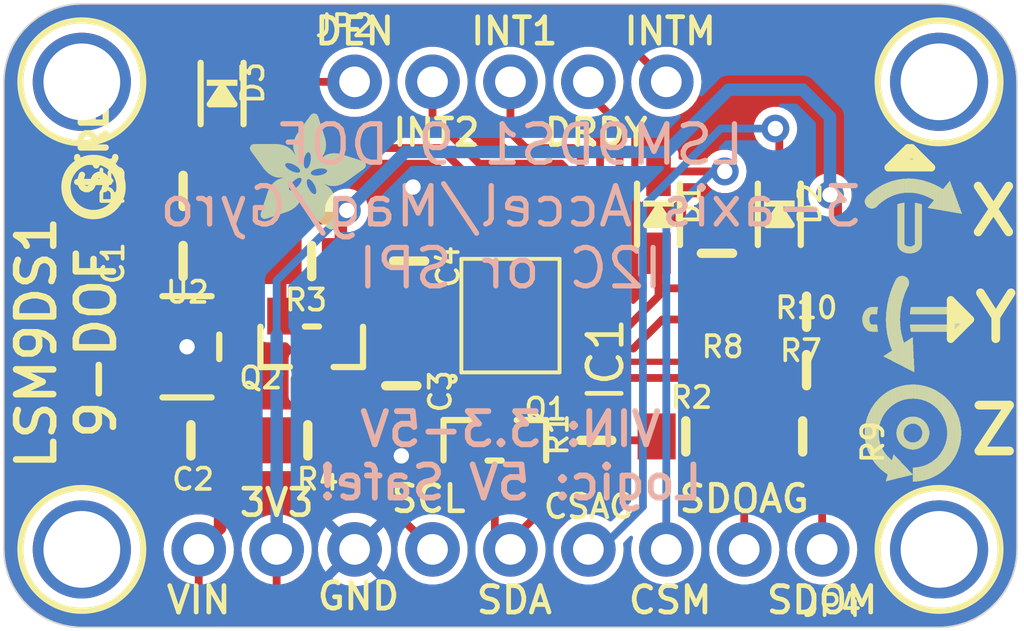
<source format=kicad_pcb>
(kicad_pcb (version 20221018) (generator pcbnew)
  (layers (0 "F.Cu" signal) (31 "B.Cu" signal) (34 "B.Paste" user) (35 "F.Paste" user) (36 "B.SilkS" user "B.Silkscreen") (37 "F.SilkS" user "F.Silkscreen") (38 "B.Mask" user) (39 "F.Mask" user) (44 "Edge.Cuts" user))
  (net 0 "")
  (net 1 "GND")
  (net 2 "VDD")
  (net 3 "SCL_3V")
  (net 4 "SDA_3V")
  (net 5 "SDA_5V")
  (net 6 "SCL_5V")
  (net 7 "VIN")
  (net 8 "DEN_5V")
  (net 9 "DEN_3V")
  (net 10 "CS_A/G")
  (net 11 "CS_M")
  (net 12 "SDO_M")
  (net 13 "SDO_AG")
  (net 14 "INT_M")
  (net 15 "DRDY_M")
  (net 16 "INT1_AG")
  (net 17 "INT2_AG")
  (net 18 "C1")
  (net 19 "CAP")
  (net 20 "CS_AG_5V")
  (net 21 "CS_M_5V")
  (footprint "working:0805_10MGAP" (layer "F.Cu") (at 158.0261 108.9406 180)
    (fp_text reference "R9")
    (fp_text value "10K")
  )
  (footprint "working:0805-NO" (layer "F.Cu") (at 158.1531 106.7816 180)
    (fp_text reference "R10")
    (fp_text value "10K")
  )
  (footprint "working:SOD-323" (layer "F.Cu") (at 153.3271 101.7016 -90)
    (fp_text reference "D1")
    (fp_text value "1N4148")
  )
  (footprint "working:SOD-323" (layer "F.Cu") (at 139.1031 97.7646 -90)
    (fp_text reference "D3")
    (fp_text value "1N4148")
  )
  (footprint "working:0805-NO" (layer "F.Cu") (at 137.8331 103.2256 180)
    (fp_text reference "C1")
    (fp_text value "10µF")
  )
  (footprint "working:SOT23-WIDE" (layer "F.Cu") (at 147.9931 109.0676)
    (fp_text reference "Q1")
    (fp_text value "BSS138")
  )
  (footprint "working:MOUNTINGHOLE_2.5_PLATED" (layer "F.Cu") (at 134.5311 112.6236)
    (fp_text reference "U$4" hide)
    (fp_text value "MOUNTINGHOLE2.5" hide)
  )
  (footprint "working:0805-NO" (layer "F.Cu") (at 142.0241 103.2256)
    (fp_text reference "R3")
    (fp_text value "10K")
  )
  (footprint "working:0805_10MGAP" (layer "F.Cu") (at 144.9451 107.2896 -90)
    (fp_text reference "C3")
    (fp_text value "0.22uF")
  )
  (footprint "working:0805-NO" (layer "F.Cu") (at 145.1991 103.2256 90)
    (fp_text reference "C4")
    (fp_text value "10uF")
  )
  (footprint "working:0805-NO" (layer "F.Cu") (at 138.0871 109.0676 180)
    (fp_text reference "C2")
    (fp_text value "10µF")
  )
  (footprint "working:0805-NO" (layer "F.Cu") (at 158.1531 104.8766 180)
    (fp_text reference "R7")
    (fp_text value "10K")
  )
  (footprint "working:LGA24_3.5X3.1MM" (layer "F.Cu") (at 148.5011 105.0036 90)
    (fp_text reference "IC1")
    (fp_text value "LSM9DS1" hide)
  )
  (footprint "working:0805-NO" (layer "F.Cu") (at 141.8971 109.0676 180)
    (fp_text reference "R4")
    (fp_text value "10K")
  )
  (footprint "working:SOD-323" (layer "F.Cu") (at 157.2641 101.7016 -90)
    (fp_text reference "D2")
    (fp_text value "1N4148")
  )
  (footprint "working:ADAFRUIT_3.5MM" (layer "F.Cu") (at 139.9921 102.2096)
    (fp_text reference "U$23" hide)
    (fp_text value "" hide)
  )
  (footprint "working:0805-NO" (layer "F.Cu") (at 137.8331 100.9396 180)
    (fp_text reference "R5")
    (fp_text value "10K")
  )
  (footprint "working:0805-NO" (layer "F.Cu") (at 155.2321 102.9716 -90)
    (fp_text reference "R8")
    (fp_text value "10K")
  )
  (footprint "working:SOT23-WIDE" (layer "F.Cu") (at 142.0241 106.0196 180)
    (fp_text reference "Q2")
    (fp_text value "BSS138")
  )
  (footprint "working:MOUNTINGHOLE_2.5_PLATED" (layer "F.Cu") (at 162.4711 97.3836)
    (fp_text reference "U$6" hide)
    (fp_text value "MOUNTINGHOLE2.5" hide)
  )
  (footprint "working:MOUNTINGHOLE_2.5_PLATED" (layer "F.Cu") (at 134.5311 97.3836)
    (fp_text reference "U$7" hide)
    (fp_text value "MOUNTINGHOLE2.5" hide)
  )
  (footprint "working:1X05_ROUND_70" (layer "F.Cu") (at 148.5011 97.3836)
    (fp_text reference "JP2")
    (fp_text value "")
  )
  (footprint "working:FIDUCIAL_1MM" (layer "F.Cu") (at 137.1981 110.9726)
    (fp_text reference "FID1" hide)
    (fp_text value "FIDUCIAL\"\"" hide)
  )
  (footprint "working:0805_10MGAP" (layer "F.Cu") (at 151.2951 109.0676 -90)
    (fp_text reference "R1")
    (fp_text value "10K")
  )
  (footprint "working:PCBFEAT-REV-040" (layer "F.Cu") (at 134.9121 100.8126 90)
    (fp_text reference "U$20" hide)
    (fp_text value "" hide)
  )
  (footprint "working:0805-NO" (layer "F.Cu") (at 154.2161 108.9406)
    (fp_text reference "R2")
    (fp_text value "10K")
  )
  (footprint "working:FIDUCIAL_1MM" (layer "F.Cu") (at 159.5501 95.9866)
    (fp_text reference "FID3" hide)
    (fp_text value "FIDUCIAL\"\"" hide)
  )
  (footprint "working:SYMBOL_GYROXYZ_YREV_10MM" (layer "F.Cu") (at 159.9311 100.1776 -90)
    (fp_text reference "U$14" hide)
    (fp_text value "" hide)
  )
  (footprint "working:MOUNTINGHOLE_2.5_PLATED" (layer "F.Cu") (at 162.4711 112.6236)
    (fp_text reference "U$5" hide)
    (fp_text value "MOUNTINGHOLE2.5" hide)
  )
  (footprint "working:SOT23-5" (layer "F.Cu") (at 137.9601 106.0196 -90)
    (fp_text reference "U2")
    (fp_text value "MIC5225-3.3")
  )
  (footprint "working:1X09_ROUND_70" (layer "F.Cu") (at 148.5011 112.6236 180)
    (fp_text reference "JP4")
    (fp_text value "PowerIO")
  )
  (gr_line (start 160.8201 100.1776) (end 162.2171 100.1776) (stroke (width 0.254)) (layer "F.SilkS"))
  (gr_line (start 161.5821 99.5426) (end 161.4551 99.5426) (stroke (width 0.254)) (layer "F.SilkS"))
  (gr_line (start 162.8521 104.4956) (end 162.8521 104.7496) (stroke (width 0.254)) (layer "F.SilkS"))
  (gr_line (start 162.2171 100.1776) (end 161.5821 99.5426) (stroke (width 0.254)) (layer "F.SilkS"))
  (gr_line (start 161.0741 100.0506) (end 161.2011 100.0506) (stroke (width 0.254)) (layer "F.SilkS"))
  (gr_line (start 163.4871 105.1306) (end 162.8521 104.4956) (stroke (width 0.254)) (layer "F.SilkS"))
  (gr_line (start 161.8361 99.9236) (end 161.5821 99.6696) (stroke (width 0.254)) (layer "F.SilkS"))
  (gr_line (start 161.5821 99.6696) (end 161.2011 100.0506) (stroke (width 0.254)) (layer "F.SilkS"))
  (gr_line (start 161.4551 99.5426) (end 160.8201 100.1776) (stroke (width 0.254)) (layer "F.SilkS"))
  (gr_line (start 161.8361 100.0506) (end 161.8361 99.9236) (stroke (width 0.254)) (layer "F.SilkS"))
  (gr_line (start 162.8521 105.7656) (end 163.4871 105.1306) (stroke (width 0.254)) (layer "F.SilkS"))
  (gr_line (start 162.8521 104.7496) (end 162.8521 105.7656) (stroke (width 0.254)) (layer "F.SilkS"))
  (gr_line (start 163.2331 105.1306) (end 162.9791 105.1306) (stroke (width 0.254)) (layer "F.SilkS"))
  (gr_line (start 162.8521 104.7496) (end 163.2331 105.1306) (stroke (width 0.254)) (layer "F.SilkS"))
  (gr_line (start 161.2011 100.0506) (end 161.8361 100.0506) (stroke (width 0.254)) (layer "F.SilkS"))
  (gr_arc (start 165.0111 112.6236) (mid 164.267151 114.419651) (end 162.4711 115.1636) (stroke (width 0.05)) (layer "Edge.Cuts"))
  (gr_arc (start 131.9911 97.3836) (mid 132.735049 95.587549) (end 134.5311 94.8436) (stroke (width 0.05)) (layer "Edge.Cuts"))
  (gr_arc (start 134.5311 115.1636) (mid 132.735049 114.419651) (end 131.9911 112.6236) (stroke (width 0.05)) (layer "Edge.Cuts"))
  (gr_line (start 134.5311 94.8436) (end 162.4711 94.8436) (stroke (width 0.05)) (layer "Edge.Cuts"))
  (gr_line (start 131.9911 112.6236) (end 131.9911 97.3836) (stroke (width 0.05)) (layer "Edge.Cuts"))
  (gr_arc (start 162.4711 94.8436) (mid 164.267151 95.587549) (end 165.0111 97.3836) (stroke (width 0.05)) (layer "Edge.Cuts"))
  (gr_line (start 165.0111 97.3836) (end 165.0111 112.6236) (stroke (width 0.05)) (layer "Edge.Cuts"))
  (gr_line (start 162.4711 115.1636) (end 134.5311 115.1636) (stroke (width 0.05)) (layer "Edge.Cuts"))
  (gr_text "LSM9DS1 9 DOF\n3-axis Accel/Mag/Gyro\nI2C or SPI" (at 148.5011 101.4476) (layer "B.SilkS") (effects (font (size 1.251712 1.251712) (thickness 0.170688)) (justify mirror)))
  (gr_text "VIN: 3.3-5V\nLogic: 5V Safe!" (at 148.5011 109.5756) (layer "B.SilkS") (effects (font (size 1.0795 1.0795) (thickness 0.1905)) (justify mirror)))
  (gr_text "INT1" (at 148.6281 95.7326) (layer "F.SilkS") (effects (font (size 0.8636 0.8636) (thickness 0.1524))))
  (gr_text "SDA" (at 148.6281 114.2746) (layer "F.SilkS") (effects (font (size 0.8636 0.8636) (thickness 0.1524))))
  (gr_text "DRDY" (at 151.2951 99.0346) (layer "F.SilkS") (effects (font (size 0.8636 0.8636) (thickness 0.1524))))
  (gr_text "SCL" (at 145.8341 110.9726) (layer "F.SilkS") (effects (font (size 0.8636 0.8636) (thickness 0.1524))))
  (gr_text "Y" (at 164.3191 105.0786) (layer "F.SilkS") (effects (font (size 1.49352 1.49352) (thickness 0.28448))))
  (gr_text "INT2" (at 146.0881 99.0346) (layer "F.SilkS") (effects (font (size 0.8636 0.8636) (thickness 0.1524))))
  (gr_text "DEN" (at 143.4211 95.7326) (layer "F.SilkS") (effects (font (size 0.8636 0.8636) (thickness 0.1524))))
  (gr_text "3V3" (at 140.8811 111.0996) (layer "F.SilkS") (effects (font (size 0.8636 0.8636) (thickness 0.1524))))
  (gr_text "X" (at 164.2431 101.5996) (layer "F.SilkS") (effects (font (size 1.49352 1.49352) (thickness 0.28448))))
  (gr_text "CSAG" (at 151.0411 111.2266) (layer "F.SilkS") (effects (font (size 0.75565 0.75565) (thickness 0.13335))))
  (gr_text "INTM" (at 153.7081 95.7326) (layer "F.SilkS") (effects (font (size 0.8636 0.8636) (thickness 0.1524))))
  (gr_text "SDOM" (at 158.6611 114.2746) (layer "F.SilkS") (effects (font (size 0.8636 0.8636) (thickness 0.1524))))
  (gr_text "Z" (at 164.2691 108.7386) (layer "F.SilkS") (effects (font (size 1.49352 1.49352) (thickness 0.28448))))
  (gr_text "CSM" (at 153.7081 114.2746) (layer "F.SilkS") (effects (font (size 0.8636 0.8636) (thickness 0.1524))))
  (gr_text "VIN" (at 138.3411 114.2746) (layer "F.SilkS") (effects (font (size 0.8636 0.8636) (thickness 0.1524))))
  (gr_text "SDOAG" (at 156.1211 110.9726) (layer "F.SilkS") (effects (font (size 0.8636 0.8636) (thickness 0.1524))))
  (gr_text "GND" (at 143.5481 114.1476) (layer "F.SilkS") (effects (font (size 0.8636 0.8636) (thickness 0.1524))))
  (gr_text "LSM9DS1\n9-DOF" (at 134.0231 105.8926 90) (layer "F.SilkS") (effects (font (size 1.20904 1.20904) (thickness 0.21336))))
  (segment (start 146.4691 104.3586) (end 146.4691 103.9286) (width 0.2032) (layer "F.Cu") (net 1))
  (segment (start 147.2811 103.9286) (end 146.4691 103.9286) (width 0.2032) (layer "F.Cu") (net 1))
  (segment (start 146.4691 103.9286) (end 146.4691 102.5906) (width 0.2032) (layer "F.Cu") (net 1))
  (segment (start 147.8561 103.5286) (end 147.8561 102.5906) (width 0.2032) (layer "F.Cu") (net 1))
  (segment (start 148.7161 103.5286) (end 148.7161 102.5906) (width 0.2032) (layer "F.Cu") (net 1))
  (segment (start 147.8561 102.5906) (end 147.2311 102.5906) (width 0.2032) (layer "F.Cu") (net 1))
  (segment (start 147.2811 104.3586) (end 146.4691 104.3586) (width 0.2032) (layer "F.Cu") (net 1))
  (segment (start 148.2861 103.5286) (end 148.2861 102.5906) (width 0.2032) (layer "F.Cu") (net 1))
  (segment (start 146.4691 102.5906) (end 147.2311 102.5906) (width 0.2032) (layer "F.Cu") (net 1))
  (segment (start 149.1461 103.5286) (end 149.1461 102.5906) (width 0.2032) (layer "F.Cu") (net 1))
  (segment (start 149.1461 102.5906) (end 148.7161 102.5906) (width 0.2032) (layer "F.Cu") (net 1))
  (segment (start 147.2311 103.4986) (end 147.2811 103.4986) (width 0.2032) (layer "F.Cu") (net 1))
  (segment (start 147.2311 102.5906) (end 147.2311 103.4986) (width 0.2032) (layer "F.Cu") (net 1))
  (segment (start 148.7161 102.5906) (end 148.2861 102.5906) (width 0.2032) (layer "F.Cu") (net 1))
  (segment (start 148.2861 102.5906) (end 147.8561 102.5906) (width 0.2032) (layer "F.Cu") (net 1))
  (via (at 137.9601 106.0196) (size 0.9064) (drill 0.5) (layers "F.Cu" "B.Cu") (net 1))
  (via (at 144.9451 109.5756) (size 0.9064) (drill 0.5) (layers "F.Cu" "B.Cu") (net 1))
  (via (at 145.3261 100.8126) (size 0.9064) (drill 0.5) (layers "F.Cu" "B.Cu") (net 1))
  (segment (start 159.1031 102.6516) (end 159.1031 104.8766) (width 0.4064) (layer "F.Cu") (net 2))
  (segment (start 158.9151 101.0666) (end 159.1031 101.2546) (width 0.4064) (layer "F.Cu") (net 2))
  (segment (start 147.6121 114.1476) (end 147.2311 113.7666) (width 0.254) (layer "F.Cu") (net 2))
  (segment (start 143.5481 105.2576) (end 143.3101 105.0196) (width 0.254) (layer "F.Cu") (net 2))
  (segment (start 146.0881 107.2896) (end 144.0561 107.2896) (width 0.254) (layer "F.Cu") (net 2))
  (segment (start 140.8811 114.1476) (end 140.8811 112.6236) (width 0.254) (layer "F.Cu") (net 2))
  (segment (start 142.9741 103.2256) (end 142.9741 101.7676) (width 0.4064) (layer "F.Cu") (net 2))
  (segment (start 138.7831 103.2256) (end 140.1801 101.8286) (width 0.4064) (layer "F.Cu") (net 2))
  (segment (start 143.6751 105.2576) (end 143.5481 105.2576) (width 0.254) (layer "F.Cu") (net 2))
  (segment (start 147.2811 105.6386) (end 147.2811 105.6486) (width 0.2032) (layer "F.Cu") (net 2))
  (segment (start 146.8691 106.5086) (end 146.4691 106.9086) (width 0.2032) (layer "F.Cu") (net 2))
  (segment (start 146.2151 105.2576) (end 143.6751 105.2576) (width 0.254) (layer "F.Cu") (net 2))
  (segment (start 146.4691 105.2186) (end 146.4691 105.5116) (width 0.2032) (layer "F.Cu") (net 2))
  (segment (start 147.2311 110.2556) (end 147.2311 113.7666) (width 0.254) (layer "F.Cu") (net 2))
  (segment (start 147.2811 105.2186) (end 146.4691 105.2186) (width 0.2032) (layer "F.Cu") (net 2))
  (segment (start 151.2951 110.5916) (end 149.7711 112.1156) (width 0.254) (layer "F.Cu") (net 2))
  (segment (start 136.8831 101.1326) (end 138.7831 103.0326) (width 0.4064) (layer "F.Cu") (net 2))
  (segment (start 146.8501 114.1476) (end 140.8811 114.1476) (width 0.254) (layer "F.Cu") (net 2))
  (segment (start 139.2602 103.7027) (end 139.2602 105.0696) (width 0.4064) (layer "F.Cu") (net 2))
  (segment (start 159.1031 101.2546) (end 159.1031 102.6516) (width 0.4064) (layer "F.Cu") (net 2))
  (segment (start 149.7711 112.1156) (end 149.7711 113.5126) (width 0.254) (layer "F.Cu") (net 2))
  (segment (start 143.3101 105.0196) (end 142.9741 105.0196) (width 0.254) (layer "F.Cu") (net 2))
  (segment (start 146.4691 105.6386) (end 147.2811 105.6386) (width 0.2032) (layer "F.Cu") (net 2))
  (segment (start 146.4691 105.5116) (end 146.2151 105.2576) (width 0.254) (layer "F.Cu") (net 2))
  (segment (start 138.7831 103.0326) (end 138.7831 103.2256) (width 0.4064) (layer "F.Cu") (net 2))
  (segment (start 147.2311 113.7666) (end 146.8501 114.1476) (width 0.254) (layer "F.Cu") (net 2))
  (segment (start 159.0761 106.8086) (end 159.0761 108.9406) (width 0.4064) (layer "F.Cu") (net 2))
  (segment (start 149.1361 114.1476) (end 147.6121 114.1476) (width 0.254) (layer "F.Cu") (net 2))
  (segment (start 140.3731 101.8286) (end 142.9131 101.8286) (width 0.4064) (layer "F.Cu") (net 2))
  (segment (start 142.9741 101.7676) (end 143.1671 101.5746) (width 0.254) (layer "F.Cu") (net 2))
  (segment (start 159.1031 104.8766) (end 159.1031 106.7816) (width 0.4064) (layer "F.Cu") (net 2))
  (segment (start 140.1801 101.8286) (end 140.3731 101.8286) (width 0.4064) (layer "F.Cu") (net 2))
  (segment (start 142.9131 101.8286) (end 143.1671 101.5746) (width 0.4064) (layer "F.Cu") (net 2))
  (segment (start 158.1531 101.7016) (end 159.1031 102.6516) (width 0.4064) (layer "F.Cu") (net 2))
  (segment (start 159.1031 106.7816) (end 159.0761 106.8086) (width 0.254) (layer "F.Cu") (net 2))
  (segment (start 148.2861 106.4786) (end 148.2861 105.6486) (width 0.2032) (layer "F.Cu") (net 2))
  (segment (start 149.7711 113.5126) (end 149.1361 114.1476) (width 0.254) (layer "F.Cu") (net 2))
  (segment (start 143.6751 106.9086) (end 143.6751 105.2576) (width 0.254) (layer "F.Cu") (net 2))
  (segment (start 146.4691 105.5116) (end 146.4691 105.6386) (width 0.2032) (layer "F.Cu") (net 2))
  (segment (start 142.9741 103.2256) (end 142.9741 105.0196) (width 0.4064) (layer "F.Cu") (net 2))
  (segment (start 147.2811 106.5086) (end 146.8691 106.5086) (width 0.2032) (layer "F.Cu") (net 2))
  (segment (start 144.0561 107.2896) (end 143.6751 106.9086) (width 0.254) (layer "F.Cu") (net 2))
  (segment (start 155.5521 101.7016) (end 158.1531 101.7016) (width 0.4064) (layer "F.Cu") (net 2))
  (segment (start 148.2861 105.6486) (end 147.2811 105.6486) (width 0.2032) (layer "F.Cu") (net 2))
  (segment (start 155.2321 102.0216) (end 155.5521 101.7016) (width 0.254) (layer "F.Cu") (net 2))
  (segment (start 136.8831 100.9396) (end 136.8831 101.1326) (width 0.4064) (layer "F.Cu") (net 2))
  (segment (start 147.0431 110.0676) (end 147.2311 110.2556) (width 0.254) (layer "F.Cu") (net 2))
  (segment (start 138.7831 103.2256) (end 139.2602 103.7027) (width 0.4064) (layer "F.Cu") (net 2))
  (segment (start 151.2951 110.5916) (end 151.2951 110.1176) (width 0.254) (layer "F.Cu") (net 2))
  (segment (start 146.4691 106.9086) (end 146.0881 107.2896) (width 0.254) (layer "F.Cu") (net 2))
  (via (at 158.9151 101.0666) (size 0.9064) (drill 0.5) (layers "F.Cu" "B.Cu") (net 2))
  (via (at 143.1671 101.5746) (size 0.9064) (drill 0.5) (layers "F.Cu" "B.Cu") (net 2))
  (segment (start 143.1671 101.5746) (end 145.0721 99.6696) (width 0.4064) (layer "B.Cu") (net 2))
  (segment (start 140.8811 107.0356) (end 140.8811 105.6386) (width 0.4064) (layer "B.Cu") (net 2))
  (segment (start 141.0081 106.9086) (end 140.8811 107.0356) (width 0.2032) (layer "B.Cu") (net 2))
  (segment (start 140.8811 103.8606) (end 143.1671 101.5746) (width 0.254) (layer "B.Cu") (net 2))
  (segment (start 153.5811 99.6696) (end 155.6131 97.6376) (width 0.4064) (layer "B.Cu") (net 2))
  (segment (start 155.6131 97.6376) (end 158.0261 97.6376) (width 0.4064) (layer "B.Cu") (net 2))
  (segment (start 140.8811 112.6236) (end 140.8811 107.0356) (width 0.4064) (layer "B.Cu") (net 2))
  (segment (start 158.9151 98.5266) (end 158.9151 101.0666) (width 0.4064) (layer "B.Cu") (net 2))
  (segment (start 145.0721 99.6696) (end 153.5811 99.6696) (width 0.4064) (layer "B.Cu") (net 2))
  (segment (start 158.0261 97.6376) (end 158.9151 98.5266) (width 0.4064) (layer "B.Cu") (net 2))
  (segment (start 140.8811 105.6386) (end 140.8811 103.8606) (width 0.254) (layer "B.Cu") (net 2))
  (segment (start 142.9131 107.5436) (end 143.1671 107.7976) (width 0.254) (layer "F.Cu") (net 3))
  (segment (start 147.8561 106.4786) (end 147.8561 107.1626) (width 0.2032) (layer "F.Cu") (net 3))
  (segment (start 146.2151 109.0676) (end 146.2151 110.3376) (width 0.2032) (layer "F.Cu") (net 3))
  (segment (start 146.9771 108.3056) (end 146.2151 109.0676) (width 0.2032) (layer "F.Cu") (net 3))
  (segment (start 147.8561 107.1626) (end 147.3581 107.1626) (width 0.2032) (layer "F.Cu") (net 3))
  (segment (start 146.9771 107.5436) (end 146.9771 108.3056) (width 0.2032) (layer "F.Cu") (net 3))
  (segment (start 141.0741 105.0196) (end 141.0741 105.1966) (width 0.254) (layer "F.Cu") (net 3))
  (segment (start 146.2151 110.3376) (end 145.9611 110.5916) (width 0.2032) (layer "F.Cu") (net 3))
  (segment (start 143.5481 107.7976) (end 143.8021 108.0516) (width 0.254) (layer "F.Cu") (net 3))
  (segment (start 141.0741 105.1966) (end 141.8971 106.0196) (width 0.254) (layer "F.Cu") (net 3))
  (segment (start 143.1671 107.7976) (end 143.5481 107.7976) (width 0.254) (layer "F.Cu") (net 3))
  (segment (start 141.8971 106.0196) (end 142.9131 106.0196) (width 0.254) (layer "F.Cu") (net 3))
  (segment (start 142.9131 106.0196) (end 142.9131 107.5436) (width 0.254) (layer "F.Cu") (net 3))
  (segment (start 141.0741 103.2256) (end 141.0741 105.0196) (width 0.254) (layer "F.Cu") (net 3))
  (segment (start 143.8021 109.7026) (end 144.6911 110.5916) (width 0.254) (layer "F.Cu") (net 3))
  (segment (start 147.3581 107.1626) (end 146.9771 107.5436) (width 0.2032) (layer "F.Cu") (net 3))
  (segment (start 143.8021 108.0516) (end 143.8021 109.7026) (width 0.254) (layer "F.Cu") (net 3))
  (segment (start 144.6911 110.5916) (end 145.9611 110.5916) (width 0.254) (layer "F.Cu") (net 3))
  (segment (start 148.7161 106.4786) (end 148.7161 107.1236) (width 0.2032) (layer "F.Cu") (net 4))
  (segment (start 151.2361 108.0176) (end 151.2951 108.0176) (width 0.254) (layer "F.Cu") (net 4))
  (segment (start 148.7161 107.1236) (end 149.1361 107.5436) (width 0.254) (layer "F.Cu") (net 4))
  (segment (start 149.1361 108.1786) (end 149.1361 109.8746) (width 0.254) (layer "F.Cu") (net 4))
  (segment (start 149.1361 109.8746) (end 148.9431 110.0676) (width 0.254) (layer "F.Cu") (net 4))
  (segment (start 149.1361 107.5436) (end 149.1361 108.1786) (width 0.254) (layer "F.Cu") (net 4))
  (segment (start 151.0751 108.1786) (end 149.1361 108.1786) (width 0.254) (layer "F.Cu") (net 4))
  (segment (start 151.0751 108.1786) (end 151.2361 108.0176) (width 0.254) (layer "F.Cu") (net 4))
  (segment (start 149.8981 109.0676) (end 149.8981 110.9726) (width 0.254) (layer "F.Cu") (net 5))
  (segment (start 147.9931 108.0676) (end 147.9931 112.1156) (width 0.254) (layer "F.Cu") (net 5))
  (segment (start 153.2661 108.9406) (end 153.1391 109.0676) (width 0.254) (layer "F.Cu") (net 5))
  (segment (start 147.9931 112.1156) (end 148.5011 112.6236) (width 0.254) (layer "F.Cu") (net 5))
  (segment (start 148.5011 112.3696) (end 148.5011 112.6236) (width 0.254) (layer "F.Cu") (net 5))
  (segment (start 153.1391 109.0676) (end 149.8981 109.0676) (width 0.254) (layer "F.Cu") (net 5))
  (segment (start 149.8981 110.9726) (end 148.5011 112.3696) (width 0.254) (layer "F.Cu") (net 5))
  (segment (start 142.0241 107.0196) (end 142.0241 107.6706) (width 0.254) (layer "F.Cu") (net 6))
  (segment (start 143.0401 109.7026) (end 143.0401 109.2606) (width 0.254) (layer "F.Cu") (net 6))
  (segment (start 143.0401 109.2606) (end 142.8471 109.0676) (width 0.254) (layer "F.Cu") (net 6))
  (segment (start 143.0401 109.7026) (end 145.9611 112.6236) (width 0.254) (layer "F.Cu") (net 6))
  (segment (start 142.7861 109.0066) (end 142.8471 109.0676) (width 0.254) (layer "F.Cu") (net 6))
  (segment (start 142.0241 107.6706) (end 142.7861 108.4326) (width 0.254) (layer "F.Cu") (net 6))
  (segment (start 142.7861 108.4326) (end 142.7861 109.0066) (width 0.254) (layer "F.Cu") (net 6))
  (segment (start 154.8511 113.5126) (end 153.5811 114.7826) (width 0.254) (layer "F.Cu") (net 7))
  (segment (start 136.66 106.9696) (end 137.2591 106.9696) (width 0.4064) (layer "F.Cu") (net 7))
  (segment (start 135.5471 106.9696) (end 135.5471 105.0696) (width 0.4064) (layer "F.Cu") (net 7))
  (segment (start 136.66 106.9696) (end 135.5471 106.9696) (width 0.4064) (layer "F.Cu") (net 7))
  (segment (start 154.8511 109.2606) (end 154.8511 113.5126) (width 0.254) (layer "F.Cu") (net 7))
  (segment (start 155.1661 108.9456) (end 155.1661 108.9406) (width 0.254) (layer "F.Cu") (net 7))
  (segment (start 139.0371 111.9276) (end 139.0371 109.0676) (width 0.4064) (layer "F.Cu") (net 7))
  (segment (start 139.0371 109.0676) (end 140.9471 109.0676) (width 0.4064) (layer "F.Cu") (net 7))
  (segment (start 154.8511 109.2606) (end 155.1661 108.9456) (width 0.254) (layer "F.Cu") (net 7))
  (segment (start 137.2591 106.9696) (end 139.0371 108.7476) (width 0.4064) (layer "F.Cu") (net 7))
  (segment (start 138.3411 113.8936) (end 138.3411 112.6236) (width 0.254) (layer "F.Cu") (net 7))
  (segment (start 135.5471 105.0696) (end 136.66 105.0696) (width 0.4064) (layer "F.Cu") (net 7))
  (segment (start 139.0371 108.7476) (end 139.0371 109.0676) (width 0.4064) (layer "F.Cu") (net 7))
  (segment (start 139.2301 114.7826) (end 138.3411 113.8936) (width 0.254) (layer "F.Cu") (net 7))
  (segment (start 153.5811 114.7826) (end 139.2301 114.7826) (width 0.254) (layer "F.Cu") (net 7))
  (segment (start 138.3411 112.6236) (end 139.0371 111.9276) (width 0.4064) (layer "F.Cu") (net 7))
  (segment (start 139.9921 97.3836) (end 139.1031 96.4946) (width 0.254) (layer "F.Cu") (net 8))
  (segment (start 143.4211 97.3836) (end 139.9921 97.3836) (width 0.254) (layer "F.Cu") (net 8))
  (segment (start 149.3901 100.5586) (end 147.2311 100.5586) (width 0.254) (layer "F.Cu") (net 9))
  (segment (start 139.1031 99.0346) (end 139.1031 100.6196) (width 0.254) (layer "F.Cu") (net 9))
  (segment (start 147.2311 100.5586) (end 146.2151 99.5426) (width 0.254) (layer "F.Cu") (net 9))
  (segment (start 149.7211 100.8896) (end 149.3901 100.5586) (width 0.2032) (layer "F.Cu") (net 9))
  (segment (start 139.6111 99.5426) (end 139.1031 99.0346) (width 0.254) (layer "F.Cu") (net 9))
  (segment (start 146.2151 99.5426) (end 139.6111 99.5426) (width 0.254) (layer "F.Cu") (net 9))
  (segment (start 139.1031 100.6196) (end 138.7831 100.9396) (width 0.254) (layer "F.Cu") (net 9))
  (segment (start 149.7211 103.4986) (end 149.7211 100.8896) (width 0.2032) (layer "F.Cu") (net 9))
  (segment (start 149.7211 106.0786) (end 152.5061 106.0786) (width 0.2032) (layer "F.Cu") (net 10))
  (segment (start 156.6951 105.1306) (end 156.9491 104.8766) (width 0.254) (layer "F.Cu") (net 10))
  (segment (start 152.5061 106.0786) (end 153.4541 105.1306) (width 0.254) (layer "F.Cu") (net 10))
  (segment (start 153.4541 105.1306) (end 156.6951 105.1306) (width 0.254) (layer "F.Cu") (net 10))
  (segment (start 157.2031 103.0326) (end 157.2031 104.8766) (width 0.254) (layer "F.Cu") (net 10))
  (segment (start 157.2641 102.9716) (end 157.2031 103.0326) (width 0.254) (layer "F.Cu") (net 10))
  (segment (start 156.9491 104.8766) (end 157.2031 104.8766) (width 0.254) (layer "F.Cu") (net 10))
  (segment (start 152.0471 105.6486) (end 153.3271 104.3686) (width 0.254) (layer "F.Cu") (net 11))
  (segment (start 153.3271 104.1146) (end 153.3271 102.9716) (width 0.254) (layer "F.Cu") (net 11))
  (segment (start 155.2321 103.9216) (end 155.0391 104.1146) (width 0.254) (layer "F.Cu") (net 11))
  (segment (start 153.3271 104.3686) (end 153.3271 104.1146) (width 0.254) (layer "F.Cu") (net 11))
  (segment (start 155.0391 104.1146) (end 153.3271 104.1146) (width 0.254) (layer "F.Cu") (net 11))
  (segment (start 149.7211 105.6486) (end 152.0471 105.6486) (width 0.2032) (layer "F.Cu") (net 11))
  (segment (start 158.6611 110.7186) (end 158.6611 112.6236) (width 0.254) (layer "F.Cu") (net 12))
  (segment (start 158.0261 107.6046) (end 158.0261 110.0836) (width 0.254) (layer "F.Cu") (net 12))
  (segment (start 149.7211 106.5086) (end 156.9301 106.5086) (width 0.2032) (layer "F.Cu") (net 12))
  (segment (start 158.0261 110.0836) (end 158.6611 110.7186) (width 0.254) (layer "F.Cu") (net 12))
  (segment (start 157.2031 106.7816) (end 158.0261 107.6046) (width 0.254) (layer "F.Cu") (net 12))
  (segment (start 156.9301 106.5086) (end 157.2031 106.7816) (width 0.254) (layer "F.Cu") (net 12))
  (segment (start 149.1461 106.4786) (end 149.1461 106.7916) (width 0.2032) (layer "F.Cu") (net 13))
  (segment (start 156.1211 111.3536) (end 156.9761 110.4986) (width 0.254) (layer "F.Cu") (net 13))
  (segment (start 149.1461 106.7916) (end 149.3901 107.0356) (width 0.254) (layer "F.Cu") (net 13))
  (segment (start 149.3901 107.0356) (end 155.3591 107.0356) (width 0.254) (layer "F.Cu") (net 13))
  (segment (start 156.9761 110.4986) (end 156.9761 108.9406) (width 0.254) (layer "F.Cu") (net 13))
  (segment (start 155.3591 107.0356) (end 156.9761 108.6526) (width 0.254) (layer "F.Cu") (net 13))
  (segment (start 156.9761 108.6526) (end 156.9761 108.9406) (width 0.254) (layer "F.Cu") (net 13))
  (segment (start 156.1211 111.3536) (end 156.1211 112.6236) (width 0.254) (layer "F.Cu") (net 13))
  (segment (start 151.0021 104.7886) (end 151.4221 104.3686) (width 0.2032) (layer "F.Cu") (net 14))
  (segment (start 151.9301 95.7326) (end 153.5811 97.3836) (width 0.254) (layer "F.Cu") (net 14))
  (segment (start 151.4221 104.3686) (end 151.4221 99.2886) (width 0.254) (layer "F.Cu") (net 14))
  (segment (start 149.7711 98.2726) (end 149.7711 95.9866) (width 0.254) (layer "F.Cu") (net 14))
  (segment (start 151.0411 98.9076) (end 150.4061 98.9076) (width 0.254) (layer "F.Cu") (net 14))
  (segment (start 149.7211 104.7886) (end 151.0021 104.7886) (width 0.2032) (layer "F.Cu") (net 14))
  (segment (start 149.7711 95.9866) (end 150.0251 95.7326) (width 0.254) (layer "F.Cu") (net 14))
  (segment (start 150.4061 98.9076) (end 149.7711 98.2726) (width 0.254) (layer "F.Cu") (net 14))
  (segment (start 150.0251 95.7326) (end 151.9301 95.7326) (width 0.254) (layer "F.Cu") (net 14))
  (segment (start 151.4221 99.2886) (end 151.0411 98.9076) (width 0.254) (layer "F.Cu") (net 14))
  (segment (start 149.7211 105.2186) (end 151.3341 105.2186) (width 0.2032) (layer "F.Cu") (net 15))
  (segment (start 152.0571 98.7806) (end 151.0411 97.7646) (width 0.254) (layer "F.Cu") (net 15))
  (segment (start 151.3341 105.2186) (end 152.0571 104.4956) (width 0.2032) (layer "F.Cu") (net 15))
  (segment (start 152.0571 104.4956) (end 152.0571 98.7806) (width 0.254) (layer "F.Cu") (net 15))
  (segment (start 151.0411 97.7646) (end 151.0411 97.3836) (width 0.254) (layer "F.Cu") (net 15))
  (segment (start 150.7871 104.1146) (end 150.7871 99.7966) (width 0.254) (layer "F.Cu") (net 16))
  (segment (start 149.0091 99.5426) (end 148.5011 99.0346) (width 0.254) (layer "F.Cu") (net 16))
  (segment (start 149.7211 104.3586) (end 150.5431 104.3586) (width 0.2032) (layer "F.Cu") (net 16))
  (segment (start 150.5331 99.5426) (end 149.0091 99.5426) (width 0.254) (layer "F.Cu") (net 16))
  (segment (start 150.5431 104.3586) (end 150.7871 104.1146) (width 0.2032) (layer "F.Cu") (net 16))
  (segment (start 148.5011 99.0346) (end 148.5011 97.3836) (width 0.254) (layer "F.Cu") (net 16))
  (segment (start 150.7871 99.7966) (end 150.5331 99.5426) (width 0.254) (layer "F.Cu") (net 16))
  (segment (start 145.9611 98.5266) (end 145.9611 97.3836) (width 0.254) (layer "F.Cu") (net 17))
  (segment (start 147.4851 100.0506) (end 145.9611 98.5266) (width 0.254) (layer "F.Cu") (net 17))
  (segment (start 150.2111 103.9286) (end 150.2791 103.8606) (width 0.2032) (layer "F.Cu") (net 17))
  (segment (start 150.2791 103.8606) (end 150.2791 100.1776) (width 0.254) (layer "F.Cu") (net 17))
  (segment (start 150.1521 100.0506) (end 147.4851 100.0506) (width 0.254) (layer "F.Cu") (net 17))
  (segment (start 150.2791 100.1776) (end 150.1521 100.0506) (width 0.254) (layer "F.Cu") (net 17))
  (segment (start 149.7211 103.9286) (end 150.2111 103.9286) (width 0.2032) (layer "F.Cu") (net 17))
  (segment (start 145.2851 106.2396) (end 144.9451 106.2396) (width 0.254) (layer "F.Cu") (net 18))
  (segment (start 147.2811 106.0786) (end 145.4461 106.0786) (width 0.2032) (layer "F.Cu") (net 18))
  (segment (start 145.4461 106.0786) (end 145.2851 106.2396) (width 0.254) (layer "F.Cu") (net 18))
  (segment (start 145.7461 104.7886) (end 145.5801 104.6226) (width 0.2032) (layer "F.Cu") (net 19))
  (segment (start 147.2811 104.7886) (end 145.7461 104.7886) (width 0.2032) (layer "F.Cu") (net 19))
  (segment (start 145.1331 104.1756) (end 145.1991 104.1756) (width 0.254) (layer "F.Cu") (net 19))
  (segment (start 145.5801 104.6226) (end 145.1331 104.1756) (width 0.254) (layer "F.Cu") (net 19))
  (segment (start 157.2641 99.0346) (end 157.1371 98.9076) (width 0.254) (layer "F.Cu") (net 20))
  (segment (start 157.2641 100.4316) (end 157.2641 99.0346) (width 0.254) (layer "F.Cu") (net 20))
  (via (at 157.1371 98.9076) (size 0.9064) (drill 0.5) (layers "F.Cu" "B.Cu") (net 20))
  (segment (start 152.8191 111.2266) (end 151.4221 112.6236) (width 0.254) (layer "B.Cu") (net 20))
  (segment (start 151.4221 112.6236) (end 151.0411 112.6236) (width 0.254) (layer "B.Cu") (net 20))
  (segment (start 152.8191 101.4476) (end 152.8191 111.2266) (width 0.254) (layer "B.Cu") (net 20))
  (segment (start 155.3591 98.9076) (end 157.1371 98.9076) (width 0.254) (layer "B.Cu") (net 20))
  (segment (start 157.2641 98.9076) (end 157.1371 98.9076) (width 0.254) (layer "B.Cu") (net 20))
  (segment (start 155.3591 98.9076) (end 152.8191 101.4476) (width 0.254) (layer "B.Cu") (net 20))
  (segment (start 153.3271 100.4316) (end 153.4541 100.3046) (width 0.254) (layer "F.Cu") (net 21))
  (segment (start 153.4541 100.3046) (end 155.4861 100.3046) (width 0.254) (layer "F.Cu") (net 21))
  (via (at 155.4861 100.3046) (size 0.9064) (drill 0.5) (layers "F.Cu" "B.Cu") (net 21))
  (segment (start 155.1051 100.3046) (end 155.4861 100.3046) (width 0.254) (layer "B.Cu") (net 21))
  (segment (start 153.5811 101.8286) (end 155.1051 100.3046) (width 0.254) (layer "B.Cu") (net 21))
  (segment (start 153.5811 101.8286) (end 153.5811 112.6236) (width 0.254) (layer "B.Cu") (net 21))
  (zone (net 1) (net_name "GND") (layer "F.Cu") (priority 6) (connect_pads (clearance 0.254)) (min_thickness 0.127) (fill yes (thermal_gap 0.304) (thermal_bridge_width 0.304))
    (polygon (pts (xy 165.1381 115.2906) (xy 131.8641 115.2906) (xy 131.8641 94.7166) (xy 165.1381 94.7166)))
  )
  (zone (net 1) (net_name "GND") (layer "B.Cu") (priority 6) (connect_pads (clearance 0.254)) (min_thickness 0.127) (fill yes (thermal_gap 0.304) (thermal_bridge_width 0.304))
    (polygon (pts (xy 165.1381 115.2906) (xy 131.8641 115.2906) (xy 131.8641 94.7166) (xy 165.1381 94.7166)))
  )
)
</source>
